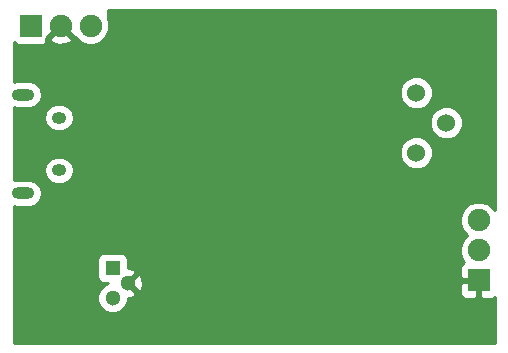
<source format=gbr>
G04 #@! TF.GenerationSoftware,KiCad,Pcbnew,(5.0.0-rc3-dev)*
G04 #@! TF.CreationDate,2019-03-09T22:11:36+00:00*
G04 #@! TF.ProjectId,zener-rng,7A656E65722D726E672E6B696361645F,1.0*
G04 #@! TF.SameCoordinates,Original*
G04 #@! TF.FileFunction,Copper,L2,Bot,Signal*
G04 #@! TF.FilePolarity,Positive*
%FSLAX46Y46*%
G04 Gerber Fmt 4.6, Leading zero omitted, Abs format (unit mm)*
G04 Created by KiCad (PCBNEW (5.0.0-rc3-dev)) date 03/09/19 22:11:36*
%MOMM*%
%LPD*%
G01*
G04 APERTURE LIST*
G04 #@! TA.AperFunction,ComponentPad*
%ADD10O,1.250000X1.000000*%
G04 #@! TD*
G04 #@! TA.AperFunction,ComponentPad*
%ADD11O,1.900000X1.000000*%
G04 #@! TD*
G04 #@! TA.AperFunction,ComponentPad*
%ADD12C,1.900000*%
G04 #@! TD*
G04 #@! TA.AperFunction,ComponentPad*
%ADD13R,1.900000X1.900000*%
G04 #@! TD*
G04 #@! TA.AperFunction,ComponentPad*
%ADD14C,1.300000*%
G04 #@! TD*
G04 #@! TA.AperFunction,ComponentPad*
%ADD15R,1.300000X1.300000*%
G04 #@! TD*
G04 #@! TA.AperFunction,ComponentPad*
%ADD16C,1.524000*%
G04 #@! TD*
G04 #@! TA.AperFunction,ViaPad*
%ADD17C,0.800000*%
G04 #@! TD*
G04 #@! TA.AperFunction,Conductor*
%ADD18C,0.500000*%
G04 #@! TD*
G04 #@! TA.AperFunction,Conductor*
%ADD19C,0.254000*%
G04 #@! TD*
G04 APERTURE END LIST*
D10*
G04 #@! TO.P,J1,S*
G04 #@! TO.N,Net-(J1-PadS)*
X84450000Y-130225000D03*
G04 #@! TO.P,J1,*
G04 #@! TO.N,*
X84450000Y-125775000D03*
D11*
X81450000Y-132175000D03*
X81450000Y-123825000D03*
G04 #@! TD*
D12*
G04 #@! TO.P,J2,3*
G04 #@! TO.N,VCC*
X87140000Y-118000000D03*
G04 #@! TO.P,J2,2*
G04 #@! TO.N,GND*
X84600000Y-118000000D03*
D13*
G04 #@! TO.P,J2,1*
G04 #@! TO.N,Net-(J2-Pad1)*
X82060000Y-118000000D03*
G04 #@! TD*
D12*
G04 #@! TO.P,J3,3*
G04 #@! TO.N,Net-(J3-Pad3)*
X120000000Y-134460000D03*
G04 #@! TO.P,J3,2*
G04 #@! TO.N,Net-(C10-Pad2)*
X120000000Y-137000000D03*
D13*
G04 #@! TO.P,J3,1*
G04 #@! TO.N,GND*
X120000000Y-139540000D03*
G04 #@! TD*
D14*
G04 #@! TO.P,Q1,1*
G04 #@! TO.N,GND*
X90270000Y-139770000D03*
G04 #@! TO.P,Q1,3*
G04 #@! TO.N,Net-(Q1-Pad3)*
X89000000Y-141040000D03*
D15*
G04 #@! TO.P,Q1,2*
G04 #@! TO.N,Net-(C2-Pad1)*
X89000000Y-138500000D03*
G04 #@! TD*
D16*
G04 #@! TO.P,R15,1*
G04 #@! TO.N,Net-(R14-Pad1)*
X114730000Y-123660000D03*
G04 #@! TO.P,R15,2*
G04 #@! TO.N,Net-(J3-Pad3)*
X117270000Y-126200000D03*
G04 #@! TO.P,R15,3*
G04 #@! TO.N,Net-(R15-Pad3)*
X114730000Y-128740000D03*
G04 #@! TD*
D17*
G04 #@! TO.N,GND*
X85750000Y-129000000D03*
X85000000Y-142500000D03*
X93000000Y-140750000D03*
X94750000Y-140750000D03*
X100750000Y-142500000D03*
X91000000Y-123000000D03*
X92500000Y-123000000D03*
X93500000Y-128000000D03*
X85000000Y-135750000D03*
X104500000Y-133500000D03*
X112500000Y-139000000D03*
X104500000Y-125500000D03*
X102000000Y-127500000D03*
X105000000Y-131000000D03*
X112500000Y-131000000D03*
X117000000Y-129500000D03*
G04 #@! TD*
D18*
G04 #@! TO.N,GND*
X84600000Y-118000000D02*
X85549999Y-118950001D01*
X85549999Y-118950001D02*
X86000000Y-119400002D01*
X84600000Y-118000000D02*
X83500000Y-119100000D01*
X83500000Y-119100000D02*
X83500000Y-119500000D01*
G04 #@! TD*
D19*
G04 #@! TO.N,GND*
G36*
X121360000Y-133601527D02*
X121343698Y-133562170D01*
X120897830Y-133116302D01*
X120315276Y-132875000D01*
X119684724Y-132875000D01*
X119102170Y-133116302D01*
X118656302Y-133562170D01*
X118415000Y-134144724D01*
X118415000Y-134775276D01*
X118656302Y-135357830D01*
X119028472Y-135730000D01*
X118656302Y-136102170D01*
X118415000Y-136684724D01*
X118415000Y-137315276D01*
X118656302Y-137897830D01*
X118775043Y-138016571D01*
X118690301Y-138051673D01*
X118511673Y-138230302D01*
X118415000Y-138463691D01*
X118415000Y-139254250D01*
X118573750Y-139413000D01*
X119873000Y-139413000D01*
X119873000Y-139393000D01*
X120127000Y-139393000D01*
X120127000Y-139413000D01*
X120147000Y-139413000D01*
X120147000Y-139667000D01*
X120127000Y-139667000D01*
X120127000Y-140966250D01*
X120285750Y-141125000D01*
X121076310Y-141125000D01*
X121309699Y-141028327D01*
X121360000Y-140978026D01*
X121360000Y-144860000D01*
X80640000Y-144860000D01*
X80640000Y-137850000D01*
X87702560Y-137850000D01*
X87702560Y-139150000D01*
X87751843Y-139397765D01*
X87892191Y-139607809D01*
X88102235Y-139748157D01*
X88350000Y-139797440D01*
X88641938Y-139797440D01*
X88272106Y-139950629D01*
X87910629Y-140312106D01*
X87715000Y-140784398D01*
X87715000Y-141295602D01*
X87910629Y-141767894D01*
X88272106Y-142129371D01*
X88744398Y-142325000D01*
X89255602Y-142325000D01*
X89727894Y-142129371D01*
X90089371Y-141767894D01*
X90285000Y-141295602D01*
X90285000Y-141056282D01*
X90599428Y-141038083D01*
X90933729Y-140899611D01*
X90989410Y-140669016D01*
X90270000Y-139949605D01*
X90255858Y-139963748D01*
X90076253Y-139784143D01*
X90090395Y-139770000D01*
X90449605Y-139770000D01*
X91169016Y-140489410D01*
X91399611Y-140433729D01*
X91567622Y-139950922D01*
X91560378Y-139825750D01*
X118415000Y-139825750D01*
X118415000Y-140616309D01*
X118511673Y-140849698D01*
X118690301Y-141028327D01*
X118923690Y-141125000D01*
X119714250Y-141125000D01*
X119873000Y-140966250D01*
X119873000Y-139667000D01*
X118573750Y-139667000D01*
X118415000Y-139825750D01*
X91560378Y-139825750D01*
X91538083Y-139440572D01*
X91399611Y-139106271D01*
X91169016Y-139050590D01*
X90449605Y-139770000D01*
X90090395Y-139770000D01*
X90076253Y-139755858D01*
X90255858Y-139576253D01*
X90270000Y-139590395D01*
X90989410Y-138870984D01*
X90933729Y-138640389D01*
X90450922Y-138472378D01*
X90297440Y-138481262D01*
X90297440Y-137850000D01*
X90248157Y-137602235D01*
X90107809Y-137392191D01*
X89897765Y-137251843D01*
X89650000Y-137202560D01*
X88350000Y-137202560D01*
X88102235Y-137251843D01*
X87892191Y-137392191D01*
X87751843Y-137602235D01*
X87702560Y-137850000D01*
X80640000Y-137850000D01*
X80640000Y-133260627D01*
X80888217Y-133310000D01*
X82011783Y-133310000D01*
X82342855Y-133244146D01*
X82718289Y-132993289D01*
X82969146Y-132617855D01*
X83057235Y-132175000D01*
X82969146Y-131732145D01*
X82718289Y-131356711D01*
X82342855Y-131105854D01*
X82011783Y-131040000D01*
X80888217Y-131040000D01*
X80640000Y-131089373D01*
X80640000Y-130225000D01*
X83167765Y-130225000D01*
X83255854Y-130667855D01*
X83506711Y-131043289D01*
X83882145Y-131294146D01*
X84213217Y-131360000D01*
X84686783Y-131360000D01*
X85017855Y-131294146D01*
X85393289Y-131043289D01*
X85644146Y-130667855D01*
X85732235Y-130225000D01*
X85644146Y-129782145D01*
X85393289Y-129406711D01*
X85017855Y-129155854D01*
X84686783Y-129090000D01*
X84213217Y-129090000D01*
X83882145Y-129155854D01*
X83506711Y-129406711D01*
X83255854Y-129782145D01*
X83167765Y-130225000D01*
X80640000Y-130225000D01*
X80640000Y-128462119D01*
X113333000Y-128462119D01*
X113333000Y-129017881D01*
X113545680Y-129531337D01*
X113938663Y-129924320D01*
X114452119Y-130137000D01*
X115007881Y-130137000D01*
X115521337Y-129924320D01*
X115914320Y-129531337D01*
X116127000Y-129017881D01*
X116127000Y-128462119D01*
X115914320Y-127948663D01*
X115521337Y-127555680D01*
X115007881Y-127343000D01*
X114452119Y-127343000D01*
X113938663Y-127555680D01*
X113545680Y-127948663D01*
X113333000Y-128462119D01*
X80640000Y-128462119D01*
X80640000Y-125775000D01*
X83167765Y-125775000D01*
X83255854Y-126217855D01*
X83506711Y-126593289D01*
X83882145Y-126844146D01*
X84213217Y-126910000D01*
X84686783Y-126910000D01*
X85017855Y-126844146D01*
X85393289Y-126593289D01*
X85644146Y-126217855D01*
X85702971Y-125922119D01*
X115873000Y-125922119D01*
X115873000Y-126477881D01*
X116085680Y-126991337D01*
X116478663Y-127384320D01*
X116992119Y-127597000D01*
X117547881Y-127597000D01*
X118061337Y-127384320D01*
X118454320Y-126991337D01*
X118667000Y-126477881D01*
X118667000Y-125922119D01*
X118454320Y-125408663D01*
X118061337Y-125015680D01*
X117547881Y-124803000D01*
X116992119Y-124803000D01*
X116478663Y-125015680D01*
X116085680Y-125408663D01*
X115873000Y-125922119D01*
X85702971Y-125922119D01*
X85732235Y-125775000D01*
X85644146Y-125332145D01*
X85393289Y-124956711D01*
X85017855Y-124705854D01*
X84686783Y-124640000D01*
X84213217Y-124640000D01*
X83882145Y-124705854D01*
X83506711Y-124956711D01*
X83255854Y-125332145D01*
X83167765Y-125775000D01*
X80640000Y-125775000D01*
X80640000Y-124910627D01*
X80888217Y-124960000D01*
X82011783Y-124960000D01*
X82342855Y-124894146D01*
X82718289Y-124643289D01*
X82969146Y-124267855D01*
X83057235Y-123825000D01*
X82969146Y-123382145D01*
X82969129Y-123382119D01*
X113333000Y-123382119D01*
X113333000Y-123937881D01*
X113545680Y-124451337D01*
X113938663Y-124844320D01*
X114452119Y-125057000D01*
X115007881Y-125057000D01*
X115521337Y-124844320D01*
X115914320Y-124451337D01*
X116127000Y-123937881D01*
X116127000Y-123382119D01*
X115914320Y-122868663D01*
X115521337Y-122475680D01*
X115007881Y-122263000D01*
X114452119Y-122263000D01*
X113938663Y-122475680D01*
X113545680Y-122868663D01*
X113333000Y-123382119D01*
X82969129Y-123382119D01*
X82718289Y-123006711D01*
X82342855Y-122755854D01*
X82011783Y-122690000D01*
X80888217Y-122690000D01*
X80640000Y-122739373D01*
X80640000Y-119389564D01*
X80652191Y-119407809D01*
X80862235Y-119548157D01*
X81110000Y-119597440D01*
X83010000Y-119597440D01*
X83257765Y-119548157D01*
X83467809Y-119407809D01*
X83608157Y-119197765D01*
X83614691Y-119164917D01*
X83663256Y-119116352D01*
X83755792Y-119378019D01*
X84347398Y-119596188D01*
X84977461Y-119571352D01*
X85444208Y-119378019D01*
X85536745Y-119116350D01*
X84600000Y-118179605D01*
X84585858Y-118193748D01*
X84406253Y-118014143D01*
X84420395Y-118000000D01*
X84406253Y-117985858D01*
X84585858Y-117806253D01*
X84600000Y-117820395D01*
X84614143Y-117806253D01*
X84793748Y-117985858D01*
X84779605Y-118000000D01*
X85716350Y-118936745D01*
X85804163Y-118905691D01*
X86242170Y-119343698D01*
X86824724Y-119585000D01*
X87455276Y-119585000D01*
X88037830Y-119343698D01*
X88483698Y-118897830D01*
X88725000Y-118315276D01*
X88725000Y-117684724D01*
X88627000Y-117448131D01*
X88627000Y-116640000D01*
X121360001Y-116640000D01*
X121360000Y-133601527D01*
X121360000Y-133601527D01*
G37*
X121360000Y-133601527D02*
X121343698Y-133562170D01*
X120897830Y-133116302D01*
X120315276Y-132875000D01*
X119684724Y-132875000D01*
X119102170Y-133116302D01*
X118656302Y-133562170D01*
X118415000Y-134144724D01*
X118415000Y-134775276D01*
X118656302Y-135357830D01*
X119028472Y-135730000D01*
X118656302Y-136102170D01*
X118415000Y-136684724D01*
X118415000Y-137315276D01*
X118656302Y-137897830D01*
X118775043Y-138016571D01*
X118690301Y-138051673D01*
X118511673Y-138230302D01*
X118415000Y-138463691D01*
X118415000Y-139254250D01*
X118573750Y-139413000D01*
X119873000Y-139413000D01*
X119873000Y-139393000D01*
X120127000Y-139393000D01*
X120127000Y-139413000D01*
X120147000Y-139413000D01*
X120147000Y-139667000D01*
X120127000Y-139667000D01*
X120127000Y-140966250D01*
X120285750Y-141125000D01*
X121076310Y-141125000D01*
X121309699Y-141028327D01*
X121360000Y-140978026D01*
X121360000Y-144860000D01*
X80640000Y-144860000D01*
X80640000Y-137850000D01*
X87702560Y-137850000D01*
X87702560Y-139150000D01*
X87751843Y-139397765D01*
X87892191Y-139607809D01*
X88102235Y-139748157D01*
X88350000Y-139797440D01*
X88641938Y-139797440D01*
X88272106Y-139950629D01*
X87910629Y-140312106D01*
X87715000Y-140784398D01*
X87715000Y-141295602D01*
X87910629Y-141767894D01*
X88272106Y-142129371D01*
X88744398Y-142325000D01*
X89255602Y-142325000D01*
X89727894Y-142129371D01*
X90089371Y-141767894D01*
X90285000Y-141295602D01*
X90285000Y-141056282D01*
X90599428Y-141038083D01*
X90933729Y-140899611D01*
X90989410Y-140669016D01*
X90270000Y-139949605D01*
X90255858Y-139963748D01*
X90076253Y-139784143D01*
X90090395Y-139770000D01*
X90449605Y-139770000D01*
X91169016Y-140489410D01*
X91399611Y-140433729D01*
X91567622Y-139950922D01*
X91560378Y-139825750D01*
X118415000Y-139825750D01*
X118415000Y-140616309D01*
X118511673Y-140849698D01*
X118690301Y-141028327D01*
X118923690Y-141125000D01*
X119714250Y-141125000D01*
X119873000Y-140966250D01*
X119873000Y-139667000D01*
X118573750Y-139667000D01*
X118415000Y-139825750D01*
X91560378Y-139825750D01*
X91538083Y-139440572D01*
X91399611Y-139106271D01*
X91169016Y-139050590D01*
X90449605Y-139770000D01*
X90090395Y-139770000D01*
X90076253Y-139755858D01*
X90255858Y-139576253D01*
X90270000Y-139590395D01*
X90989410Y-138870984D01*
X90933729Y-138640389D01*
X90450922Y-138472378D01*
X90297440Y-138481262D01*
X90297440Y-137850000D01*
X90248157Y-137602235D01*
X90107809Y-137392191D01*
X89897765Y-137251843D01*
X89650000Y-137202560D01*
X88350000Y-137202560D01*
X88102235Y-137251843D01*
X87892191Y-137392191D01*
X87751843Y-137602235D01*
X87702560Y-137850000D01*
X80640000Y-137850000D01*
X80640000Y-133260627D01*
X80888217Y-133310000D01*
X82011783Y-133310000D01*
X82342855Y-133244146D01*
X82718289Y-132993289D01*
X82969146Y-132617855D01*
X83057235Y-132175000D01*
X82969146Y-131732145D01*
X82718289Y-131356711D01*
X82342855Y-131105854D01*
X82011783Y-131040000D01*
X80888217Y-131040000D01*
X80640000Y-131089373D01*
X80640000Y-130225000D01*
X83167765Y-130225000D01*
X83255854Y-130667855D01*
X83506711Y-131043289D01*
X83882145Y-131294146D01*
X84213217Y-131360000D01*
X84686783Y-131360000D01*
X85017855Y-131294146D01*
X85393289Y-131043289D01*
X85644146Y-130667855D01*
X85732235Y-130225000D01*
X85644146Y-129782145D01*
X85393289Y-129406711D01*
X85017855Y-129155854D01*
X84686783Y-129090000D01*
X84213217Y-129090000D01*
X83882145Y-129155854D01*
X83506711Y-129406711D01*
X83255854Y-129782145D01*
X83167765Y-130225000D01*
X80640000Y-130225000D01*
X80640000Y-128462119D01*
X113333000Y-128462119D01*
X113333000Y-129017881D01*
X113545680Y-129531337D01*
X113938663Y-129924320D01*
X114452119Y-130137000D01*
X115007881Y-130137000D01*
X115521337Y-129924320D01*
X115914320Y-129531337D01*
X116127000Y-129017881D01*
X116127000Y-128462119D01*
X115914320Y-127948663D01*
X115521337Y-127555680D01*
X115007881Y-127343000D01*
X114452119Y-127343000D01*
X113938663Y-127555680D01*
X113545680Y-127948663D01*
X113333000Y-128462119D01*
X80640000Y-128462119D01*
X80640000Y-125775000D01*
X83167765Y-125775000D01*
X83255854Y-126217855D01*
X83506711Y-126593289D01*
X83882145Y-126844146D01*
X84213217Y-126910000D01*
X84686783Y-126910000D01*
X85017855Y-126844146D01*
X85393289Y-126593289D01*
X85644146Y-126217855D01*
X85702971Y-125922119D01*
X115873000Y-125922119D01*
X115873000Y-126477881D01*
X116085680Y-126991337D01*
X116478663Y-127384320D01*
X116992119Y-127597000D01*
X117547881Y-127597000D01*
X118061337Y-127384320D01*
X118454320Y-126991337D01*
X118667000Y-126477881D01*
X118667000Y-125922119D01*
X118454320Y-125408663D01*
X118061337Y-125015680D01*
X117547881Y-124803000D01*
X116992119Y-124803000D01*
X116478663Y-125015680D01*
X116085680Y-125408663D01*
X115873000Y-125922119D01*
X85702971Y-125922119D01*
X85732235Y-125775000D01*
X85644146Y-125332145D01*
X85393289Y-124956711D01*
X85017855Y-124705854D01*
X84686783Y-124640000D01*
X84213217Y-124640000D01*
X83882145Y-124705854D01*
X83506711Y-124956711D01*
X83255854Y-125332145D01*
X83167765Y-125775000D01*
X80640000Y-125775000D01*
X80640000Y-124910627D01*
X80888217Y-124960000D01*
X82011783Y-124960000D01*
X82342855Y-124894146D01*
X82718289Y-124643289D01*
X82969146Y-124267855D01*
X83057235Y-123825000D01*
X82969146Y-123382145D01*
X82969129Y-123382119D01*
X113333000Y-123382119D01*
X113333000Y-123937881D01*
X113545680Y-124451337D01*
X113938663Y-124844320D01*
X114452119Y-125057000D01*
X115007881Y-125057000D01*
X115521337Y-124844320D01*
X115914320Y-124451337D01*
X116127000Y-123937881D01*
X116127000Y-123382119D01*
X115914320Y-122868663D01*
X115521337Y-122475680D01*
X115007881Y-122263000D01*
X114452119Y-122263000D01*
X113938663Y-122475680D01*
X113545680Y-122868663D01*
X113333000Y-123382119D01*
X82969129Y-123382119D01*
X82718289Y-123006711D01*
X82342855Y-122755854D01*
X82011783Y-122690000D01*
X80888217Y-122690000D01*
X80640000Y-122739373D01*
X80640000Y-119389564D01*
X80652191Y-119407809D01*
X80862235Y-119548157D01*
X81110000Y-119597440D01*
X83010000Y-119597440D01*
X83257765Y-119548157D01*
X83467809Y-119407809D01*
X83608157Y-119197765D01*
X83614691Y-119164917D01*
X83663256Y-119116352D01*
X83755792Y-119378019D01*
X84347398Y-119596188D01*
X84977461Y-119571352D01*
X85444208Y-119378019D01*
X85536745Y-119116350D01*
X84600000Y-118179605D01*
X84585858Y-118193748D01*
X84406253Y-118014143D01*
X84420395Y-118000000D01*
X84406253Y-117985858D01*
X84585858Y-117806253D01*
X84600000Y-117820395D01*
X84614143Y-117806253D01*
X84793748Y-117985858D01*
X84779605Y-118000000D01*
X85716350Y-118936745D01*
X85804163Y-118905691D01*
X86242170Y-119343698D01*
X86824724Y-119585000D01*
X87455276Y-119585000D01*
X88037830Y-119343698D01*
X88483698Y-118897830D01*
X88725000Y-118315276D01*
X88725000Y-117684724D01*
X88627000Y-117448131D01*
X88627000Y-116640000D01*
X121360001Y-116640000D01*
X121360000Y-133601527D01*
G04 #@! TD*
M02*

</source>
